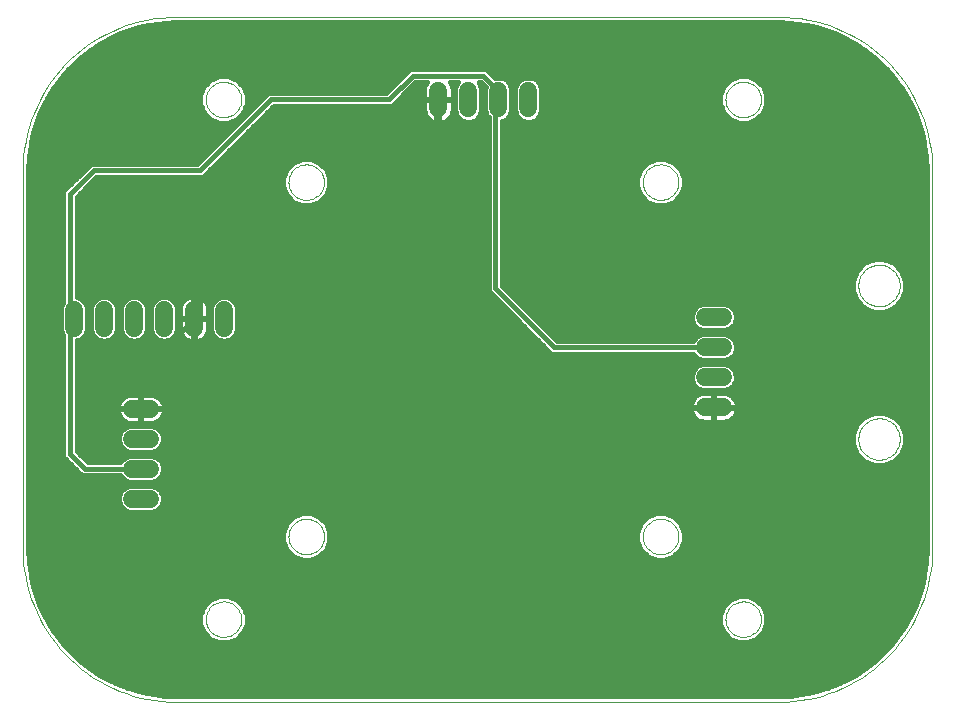
<source format=gbl>
G75*
G70*
%OFA0B0*%
%FSLAX24Y24*%
%IPPOS*%
%LPD*%
%AMOC8*
5,1,8,0,0,1.08239X$1,22.5*
%
%ADD10C,0.0000*%
%ADD11C,0.0594*%
%ADD12C,0.0160*%
D10*
X005298Y000180D02*
X025377Y000180D01*
X023605Y002936D02*
X023607Y002984D01*
X023613Y003032D01*
X023623Y003079D01*
X023636Y003125D01*
X023654Y003170D01*
X023674Y003214D01*
X023699Y003256D01*
X023727Y003295D01*
X023757Y003332D01*
X023791Y003366D01*
X023828Y003398D01*
X023866Y003427D01*
X023907Y003452D01*
X023950Y003474D01*
X023995Y003492D01*
X024041Y003506D01*
X024088Y003517D01*
X024136Y003524D01*
X024184Y003527D01*
X024232Y003526D01*
X024280Y003521D01*
X024328Y003512D01*
X024374Y003500D01*
X024419Y003483D01*
X024463Y003463D01*
X024505Y003440D01*
X024545Y003413D01*
X024583Y003383D01*
X024618Y003350D01*
X024650Y003314D01*
X024680Y003276D01*
X024706Y003235D01*
X024728Y003192D01*
X024748Y003148D01*
X024763Y003103D01*
X024775Y003056D01*
X024783Y003008D01*
X024787Y002960D01*
X024787Y002912D01*
X024783Y002864D01*
X024775Y002816D01*
X024763Y002769D01*
X024748Y002724D01*
X024728Y002680D01*
X024706Y002637D01*
X024680Y002596D01*
X024650Y002558D01*
X024618Y002522D01*
X024583Y002489D01*
X024545Y002459D01*
X024505Y002432D01*
X024463Y002409D01*
X024419Y002389D01*
X024374Y002372D01*
X024328Y002360D01*
X024280Y002351D01*
X024232Y002346D01*
X024184Y002345D01*
X024136Y002348D01*
X024088Y002355D01*
X024041Y002366D01*
X023995Y002380D01*
X023950Y002398D01*
X023907Y002420D01*
X023866Y002445D01*
X023828Y002474D01*
X023791Y002506D01*
X023757Y002540D01*
X023727Y002577D01*
X023699Y002616D01*
X023674Y002658D01*
X023654Y002702D01*
X023636Y002747D01*
X023623Y002793D01*
X023613Y002840D01*
X023607Y002888D01*
X023605Y002936D01*
X025377Y000180D02*
X025621Y000186D01*
X025863Y000203D01*
X026105Y000232D01*
X026346Y000272D01*
X026584Y000324D01*
X026819Y000387D01*
X027051Y000461D01*
X027279Y000547D01*
X027503Y000643D01*
X027722Y000749D01*
X027936Y000866D01*
X028144Y000992D01*
X028346Y001129D01*
X028541Y001275D01*
X028729Y001430D01*
X028909Y001594D01*
X029081Y001766D01*
X029245Y001946D01*
X029400Y002134D01*
X029546Y002329D01*
X029683Y002531D01*
X029809Y002739D01*
X029926Y002953D01*
X030032Y003172D01*
X030128Y003396D01*
X030214Y003624D01*
X030288Y003856D01*
X030351Y004091D01*
X030403Y004329D01*
X030443Y004570D01*
X030472Y004812D01*
X030489Y005054D01*
X030495Y005298D01*
X030495Y017897D01*
X028034Y014058D02*
X028036Y014110D01*
X028042Y014162D01*
X028052Y014213D01*
X028065Y014263D01*
X028083Y014313D01*
X028104Y014360D01*
X028128Y014406D01*
X028157Y014450D01*
X028188Y014492D01*
X028222Y014531D01*
X028259Y014568D01*
X028299Y014601D01*
X028342Y014632D01*
X028386Y014659D01*
X028432Y014683D01*
X028481Y014703D01*
X028530Y014719D01*
X028581Y014732D01*
X028632Y014741D01*
X028684Y014746D01*
X028736Y014747D01*
X028788Y014744D01*
X028840Y014737D01*
X028891Y014726D01*
X028941Y014712D01*
X028990Y014693D01*
X029037Y014671D01*
X029082Y014646D01*
X029126Y014617D01*
X029167Y014585D01*
X029206Y014550D01*
X029241Y014512D01*
X029274Y014471D01*
X029304Y014429D01*
X029330Y014384D01*
X029353Y014337D01*
X029372Y014288D01*
X029388Y014238D01*
X029400Y014188D01*
X029408Y014136D01*
X029412Y014084D01*
X029412Y014032D01*
X029408Y013980D01*
X029400Y013928D01*
X029388Y013878D01*
X029372Y013828D01*
X029353Y013779D01*
X029330Y013732D01*
X029304Y013687D01*
X029274Y013645D01*
X029241Y013604D01*
X029206Y013566D01*
X029167Y013531D01*
X029126Y013499D01*
X029082Y013470D01*
X029037Y013445D01*
X028990Y013423D01*
X028941Y013404D01*
X028891Y013390D01*
X028840Y013379D01*
X028788Y013372D01*
X028736Y013369D01*
X028684Y013370D01*
X028632Y013375D01*
X028581Y013384D01*
X028530Y013397D01*
X028481Y013413D01*
X028432Y013433D01*
X028386Y013457D01*
X028342Y013484D01*
X028299Y013515D01*
X028259Y013548D01*
X028222Y013585D01*
X028188Y013624D01*
X028157Y013666D01*
X028128Y013710D01*
X028104Y013756D01*
X028083Y013803D01*
X028065Y013853D01*
X028052Y013903D01*
X028042Y013954D01*
X028036Y014006D01*
X028034Y014058D01*
X030495Y017897D02*
X030489Y018141D01*
X030472Y018383D01*
X030443Y018625D01*
X030403Y018866D01*
X030351Y019104D01*
X030288Y019339D01*
X030214Y019571D01*
X030128Y019799D01*
X030032Y020023D01*
X029926Y020242D01*
X029809Y020456D01*
X029683Y020664D01*
X029546Y020866D01*
X029400Y021061D01*
X029245Y021249D01*
X029081Y021429D01*
X028909Y021601D01*
X028729Y021765D01*
X028541Y021920D01*
X028346Y022066D01*
X028144Y022203D01*
X027936Y022329D01*
X027722Y022446D01*
X027503Y022552D01*
X027279Y022648D01*
X027051Y022734D01*
X026819Y022808D01*
X026584Y022871D01*
X026346Y022923D01*
X026105Y022963D01*
X025863Y022992D01*
X025621Y023009D01*
X025377Y023015D01*
X005298Y023015D01*
X006282Y020259D02*
X006284Y020307D01*
X006290Y020355D01*
X006300Y020402D01*
X006313Y020448D01*
X006331Y020493D01*
X006351Y020537D01*
X006376Y020579D01*
X006404Y020618D01*
X006434Y020655D01*
X006468Y020689D01*
X006505Y020721D01*
X006543Y020750D01*
X006584Y020775D01*
X006627Y020797D01*
X006672Y020815D01*
X006718Y020829D01*
X006765Y020840D01*
X006813Y020847D01*
X006861Y020850D01*
X006909Y020849D01*
X006957Y020844D01*
X007005Y020835D01*
X007051Y020823D01*
X007096Y020806D01*
X007140Y020786D01*
X007182Y020763D01*
X007222Y020736D01*
X007260Y020706D01*
X007295Y020673D01*
X007327Y020637D01*
X007357Y020599D01*
X007383Y020558D01*
X007405Y020515D01*
X007425Y020471D01*
X007440Y020426D01*
X007452Y020379D01*
X007460Y020331D01*
X007464Y020283D01*
X007464Y020235D01*
X007460Y020187D01*
X007452Y020139D01*
X007440Y020092D01*
X007425Y020047D01*
X007405Y020003D01*
X007383Y019960D01*
X007357Y019919D01*
X007327Y019881D01*
X007295Y019845D01*
X007260Y019812D01*
X007222Y019782D01*
X007182Y019755D01*
X007140Y019732D01*
X007096Y019712D01*
X007051Y019695D01*
X007005Y019683D01*
X006957Y019674D01*
X006909Y019669D01*
X006861Y019668D01*
X006813Y019671D01*
X006765Y019678D01*
X006718Y019689D01*
X006672Y019703D01*
X006627Y019721D01*
X006584Y019743D01*
X006543Y019768D01*
X006505Y019797D01*
X006468Y019829D01*
X006434Y019863D01*
X006404Y019900D01*
X006376Y019939D01*
X006351Y019981D01*
X006331Y020025D01*
X006313Y020070D01*
X006300Y020116D01*
X006290Y020163D01*
X006284Y020211D01*
X006282Y020259D01*
X005298Y023015D02*
X005054Y023009D01*
X004812Y022992D01*
X004570Y022963D01*
X004329Y022923D01*
X004091Y022871D01*
X003856Y022808D01*
X003624Y022734D01*
X003396Y022648D01*
X003172Y022552D01*
X002953Y022446D01*
X002739Y022329D01*
X002531Y022203D01*
X002329Y022066D01*
X002134Y021920D01*
X001946Y021765D01*
X001766Y021601D01*
X001594Y021429D01*
X001430Y021249D01*
X001275Y021061D01*
X001129Y020866D01*
X000992Y020664D01*
X000866Y020456D01*
X000749Y020242D01*
X000643Y020023D01*
X000547Y019799D01*
X000461Y019571D01*
X000387Y019339D01*
X000324Y019104D01*
X000272Y018866D01*
X000232Y018625D01*
X000203Y018383D01*
X000186Y018141D01*
X000180Y017897D01*
X000180Y005298D01*
X000186Y005054D01*
X000203Y004812D01*
X000232Y004570D01*
X000272Y004329D01*
X000324Y004091D01*
X000387Y003856D01*
X000461Y003624D01*
X000547Y003396D01*
X000643Y003172D01*
X000749Y002953D01*
X000866Y002739D01*
X000992Y002531D01*
X001129Y002329D01*
X001275Y002134D01*
X001430Y001946D01*
X001594Y001766D01*
X001766Y001594D01*
X001946Y001430D01*
X002134Y001275D01*
X002329Y001129D01*
X002531Y000992D01*
X002739Y000866D01*
X002953Y000749D01*
X003172Y000643D01*
X003396Y000547D01*
X003624Y000461D01*
X003856Y000387D01*
X004091Y000324D01*
X004329Y000272D01*
X004570Y000232D01*
X004812Y000203D01*
X005054Y000186D01*
X005298Y000180D01*
X006282Y002936D02*
X006284Y002984D01*
X006290Y003032D01*
X006300Y003079D01*
X006313Y003125D01*
X006331Y003170D01*
X006351Y003214D01*
X006376Y003256D01*
X006404Y003295D01*
X006434Y003332D01*
X006468Y003366D01*
X006505Y003398D01*
X006543Y003427D01*
X006584Y003452D01*
X006627Y003474D01*
X006672Y003492D01*
X006718Y003506D01*
X006765Y003517D01*
X006813Y003524D01*
X006861Y003527D01*
X006909Y003526D01*
X006957Y003521D01*
X007005Y003512D01*
X007051Y003500D01*
X007096Y003483D01*
X007140Y003463D01*
X007182Y003440D01*
X007222Y003413D01*
X007260Y003383D01*
X007295Y003350D01*
X007327Y003314D01*
X007357Y003276D01*
X007383Y003235D01*
X007405Y003192D01*
X007425Y003148D01*
X007440Y003103D01*
X007452Y003056D01*
X007460Y003008D01*
X007464Y002960D01*
X007464Y002912D01*
X007460Y002864D01*
X007452Y002816D01*
X007440Y002769D01*
X007425Y002724D01*
X007405Y002680D01*
X007383Y002637D01*
X007357Y002596D01*
X007327Y002558D01*
X007295Y002522D01*
X007260Y002489D01*
X007222Y002459D01*
X007182Y002432D01*
X007140Y002409D01*
X007096Y002389D01*
X007051Y002372D01*
X007005Y002360D01*
X006957Y002351D01*
X006909Y002346D01*
X006861Y002345D01*
X006813Y002348D01*
X006765Y002355D01*
X006718Y002366D01*
X006672Y002380D01*
X006627Y002398D01*
X006584Y002420D01*
X006543Y002445D01*
X006505Y002474D01*
X006468Y002506D01*
X006434Y002540D01*
X006404Y002577D01*
X006376Y002616D01*
X006351Y002658D01*
X006331Y002702D01*
X006313Y002747D01*
X006300Y002793D01*
X006290Y002840D01*
X006284Y002888D01*
X006282Y002936D01*
X009038Y005692D02*
X009040Y005740D01*
X009046Y005788D01*
X009056Y005835D01*
X009069Y005881D01*
X009087Y005926D01*
X009107Y005970D01*
X009132Y006012D01*
X009160Y006051D01*
X009190Y006088D01*
X009224Y006122D01*
X009261Y006154D01*
X009299Y006183D01*
X009340Y006208D01*
X009383Y006230D01*
X009428Y006248D01*
X009474Y006262D01*
X009521Y006273D01*
X009569Y006280D01*
X009617Y006283D01*
X009665Y006282D01*
X009713Y006277D01*
X009761Y006268D01*
X009807Y006256D01*
X009852Y006239D01*
X009896Y006219D01*
X009938Y006196D01*
X009978Y006169D01*
X010016Y006139D01*
X010051Y006106D01*
X010083Y006070D01*
X010113Y006032D01*
X010139Y005991D01*
X010161Y005948D01*
X010181Y005904D01*
X010196Y005859D01*
X010208Y005812D01*
X010216Y005764D01*
X010220Y005716D01*
X010220Y005668D01*
X010216Y005620D01*
X010208Y005572D01*
X010196Y005525D01*
X010181Y005480D01*
X010161Y005436D01*
X010139Y005393D01*
X010113Y005352D01*
X010083Y005314D01*
X010051Y005278D01*
X010016Y005245D01*
X009978Y005215D01*
X009938Y005188D01*
X009896Y005165D01*
X009852Y005145D01*
X009807Y005128D01*
X009761Y005116D01*
X009713Y005107D01*
X009665Y005102D01*
X009617Y005101D01*
X009569Y005104D01*
X009521Y005111D01*
X009474Y005122D01*
X009428Y005136D01*
X009383Y005154D01*
X009340Y005176D01*
X009299Y005201D01*
X009261Y005230D01*
X009224Y005262D01*
X009190Y005296D01*
X009160Y005333D01*
X009132Y005372D01*
X009107Y005414D01*
X009087Y005458D01*
X009069Y005503D01*
X009056Y005549D01*
X009046Y005596D01*
X009040Y005644D01*
X009038Y005692D01*
X020849Y005692D02*
X020851Y005740D01*
X020857Y005788D01*
X020867Y005835D01*
X020880Y005881D01*
X020898Y005926D01*
X020918Y005970D01*
X020943Y006012D01*
X020971Y006051D01*
X021001Y006088D01*
X021035Y006122D01*
X021072Y006154D01*
X021110Y006183D01*
X021151Y006208D01*
X021194Y006230D01*
X021239Y006248D01*
X021285Y006262D01*
X021332Y006273D01*
X021380Y006280D01*
X021428Y006283D01*
X021476Y006282D01*
X021524Y006277D01*
X021572Y006268D01*
X021618Y006256D01*
X021663Y006239D01*
X021707Y006219D01*
X021749Y006196D01*
X021789Y006169D01*
X021827Y006139D01*
X021862Y006106D01*
X021894Y006070D01*
X021924Y006032D01*
X021950Y005991D01*
X021972Y005948D01*
X021992Y005904D01*
X022007Y005859D01*
X022019Y005812D01*
X022027Y005764D01*
X022031Y005716D01*
X022031Y005668D01*
X022027Y005620D01*
X022019Y005572D01*
X022007Y005525D01*
X021992Y005480D01*
X021972Y005436D01*
X021950Y005393D01*
X021924Y005352D01*
X021894Y005314D01*
X021862Y005278D01*
X021827Y005245D01*
X021789Y005215D01*
X021749Y005188D01*
X021707Y005165D01*
X021663Y005145D01*
X021618Y005128D01*
X021572Y005116D01*
X021524Y005107D01*
X021476Y005102D01*
X021428Y005101D01*
X021380Y005104D01*
X021332Y005111D01*
X021285Y005122D01*
X021239Y005136D01*
X021194Y005154D01*
X021151Y005176D01*
X021110Y005201D01*
X021072Y005230D01*
X021035Y005262D01*
X021001Y005296D01*
X020971Y005333D01*
X020943Y005372D01*
X020918Y005414D01*
X020898Y005458D01*
X020880Y005503D01*
X020867Y005549D01*
X020857Y005596D01*
X020851Y005644D01*
X020849Y005692D01*
X028034Y008940D02*
X028036Y008992D01*
X028042Y009044D01*
X028052Y009095D01*
X028065Y009145D01*
X028083Y009195D01*
X028104Y009242D01*
X028128Y009288D01*
X028157Y009332D01*
X028188Y009374D01*
X028222Y009413D01*
X028259Y009450D01*
X028299Y009483D01*
X028342Y009514D01*
X028386Y009541D01*
X028432Y009565D01*
X028481Y009585D01*
X028530Y009601D01*
X028581Y009614D01*
X028632Y009623D01*
X028684Y009628D01*
X028736Y009629D01*
X028788Y009626D01*
X028840Y009619D01*
X028891Y009608D01*
X028941Y009594D01*
X028990Y009575D01*
X029037Y009553D01*
X029082Y009528D01*
X029126Y009499D01*
X029167Y009467D01*
X029206Y009432D01*
X029241Y009394D01*
X029274Y009353D01*
X029304Y009311D01*
X029330Y009266D01*
X029353Y009219D01*
X029372Y009170D01*
X029388Y009120D01*
X029400Y009070D01*
X029408Y009018D01*
X029412Y008966D01*
X029412Y008914D01*
X029408Y008862D01*
X029400Y008810D01*
X029388Y008760D01*
X029372Y008710D01*
X029353Y008661D01*
X029330Y008614D01*
X029304Y008569D01*
X029274Y008527D01*
X029241Y008486D01*
X029206Y008448D01*
X029167Y008413D01*
X029126Y008381D01*
X029082Y008352D01*
X029037Y008327D01*
X028990Y008305D01*
X028941Y008286D01*
X028891Y008272D01*
X028840Y008261D01*
X028788Y008254D01*
X028736Y008251D01*
X028684Y008252D01*
X028632Y008257D01*
X028581Y008266D01*
X028530Y008279D01*
X028481Y008295D01*
X028432Y008315D01*
X028386Y008339D01*
X028342Y008366D01*
X028299Y008397D01*
X028259Y008430D01*
X028222Y008467D01*
X028188Y008506D01*
X028157Y008548D01*
X028128Y008592D01*
X028104Y008638D01*
X028083Y008685D01*
X028065Y008735D01*
X028052Y008785D01*
X028042Y008836D01*
X028036Y008888D01*
X028034Y008940D01*
X020849Y017503D02*
X020851Y017551D01*
X020857Y017599D01*
X020867Y017646D01*
X020880Y017692D01*
X020898Y017737D01*
X020918Y017781D01*
X020943Y017823D01*
X020971Y017862D01*
X021001Y017899D01*
X021035Y017933D01*
X021072Y017965D01*
X021110Y017994D01*
X021151Y018019D01*
X021194Y018041D01*
X021239Y018059D01*
X021285Y018073D01*
X021332Y018084D01*
X021380Y018091D01*
X021428Y018094D01*
X021476Y018093D01*
X021524Y018088D01*
X021572Y018079D01*
X021618Y018067D01*
X021663Y018050D01*
X021707Y018030D01*
X021749Y018007D01*
X021789Y017980D01*
X021827Y017950D01*
X021862Y017917D01*
X021894Y017881D01*
X021924Y017843D01*
X021950Y017802D01*
X021972Y017759D01*
X021992Y017715D01*
X022007Y017670D01*
X022019Y017623D01*
X022027Y017575D01*
X022031Y017527D01*
X022031Y017479D01*
X022027Y017431D01*
X022019Y017383D01*
X022007Y017336D01*
X021992Y017291D01*
X021972Y017247D01*
X021950Y017204D01*
X021924Y017163D01*
X021894Y017125D01*
X021862Y017089D01*
X021827Y017056D01*
X021789Y017026D01*
X021749Y016999D01*
X021707Y016976D01*
X021663Y016956D01*
X021618Y016939D01*
X021572Y016927D01*
X021524Y016918D01*
X021476Y016913D01*
X021428Y016912D01*
X021380Y016915D01*
X021332Y016922D01*
X021285Y016933D01*
X021239Y016947D01*
X021194Y016965D01*
X021151Y016987D01*
X021110Y017012D01*
X021072Y017041D01*
X021035Y017073D01*
X021001Y017107D01*
X020971Y017144D01*
X020943Y017183D01*
X020918Y017225D01*
X020898Y017269D01*
X020880Y017314D01*
X020867Y017360D01*
X020857Y017407D01*
X020851Y017455D01*
X020849Y017503D01*
X023605Y020259D02*
X023607Y020307D01*
X023613Y020355D01*
X023623Y020402D01*
X023636Y020448D01*
X023654Y020493D01*
X023674Y020537D01*
X023699Y020579D01*
X023727Y020618D01*
X023757Y020655D01*
X023791Y020689D01*
X023828Y020721D01*
X023866Y020750D01*
X023907Y020775D01*
X023950Y020797D01*
X023995Y020815D01*
X024041Y020829D01*
X024088Y020840D01*
X024136Y020847D01*
X024184Y020850D01*
X024232Y020849D01*
X024280Y020844D01*
X024328Y020835D01*
X024374Y020823D01*
X024419Y020806D01*
X024463Y020786D01*
X024505Y020763D01*
X024545Y020736D01*
X024583Y020706D01*
X024618Y020673D01*
X024650Y020637D01*
X024680Y020599D01*
X024706Y020558D01*
X024728Y020515D01*
X024748Y020471D01*
X024763Y020426D01*
X024775Y020379D01*
X024783Y020331D01*
X024787Y020283D01*
X024787Y020235D01*
X024783Y020187D01*
X024775Y020139D01*
X024763Y020092D01*
X024748Y020047D01*
X024728Y020003D01*
X024706Y019960D01*
X024680Y019919D01*
X024650Y019881D01*
X024618Y019845D01*
X024583Y019812D01*
X024545Y019782D01*
X024505Y019755D01*
X024463Y019732D01*
X024419Y019712D01*
X024374Y019695D01*
X024328Y019683D01*
X024280Y019674D01*
X024232Y019669D01*
X024184Y019668D01*
X024136Y019671D01*
X024088Y019678D01*
X024041Y019689D01*
X023995Y019703D01*
X023950Y019721D01*
X023907Y019743D01*
X023866Y019768D01*
X023828Y019797D01*
X023791Y019829D01*
X023757Y019863D01*
X023727Y019900D01*
X023699Y019939D01*
X023674Y019981D01*
X023654Y020025D01*
X023636Y020070D01*
X023623Y020116D01*
X023613Y020163D01*
X023607Y020211D01*
X023605Y020259D01*
X009038Y017503D02*
X009040Y017551D01*
X009046Y017599D01*
X009056Y017646D01*
X009069Y017692D01*
X009087Y017737D01*
X009107Y017781D01*
X009132Y017823D01*
X009160Y017862D01*
X009190Y017899D01*
X009224Y017933D01*
X009261Y017965D01*
X009299Y017994D01*
X009340Y018019D01*
X009383Y018041D01*
X009428Y018059D01*
X009474Y018073D01*
X009521Y018084D01*
X009569Y018091D01*
X009617Y018094D01*
X009665Y018093D01*
X009713Y018088D01*
X009761Y018079D01*
X009807Y018067D01*
X009852Y018050D01*
X009896Y018030D01*
X009938Y018007D01*
X009978Y017980D01*
X010016Y017950D01*
X010051Y017917D01*
X010083Y017881D01*
X010113Y017843D01*
X010139Y017802D01*
X010161Y017759D01*
X010181Y017715D01*
X010196Y017670D01*
X010208Y017623D01*
X010216Y017575D01*
X010220Y017527D01*
X010220Y017479D01*
X010216Y017431D01*
X010208Y017383D01*
X010196Y017336D01*
X010181Y017291D01*
X010161Y017247D01*
X010139Y017204D01*
X010113Y017163D01*
X010083Y017125D01*
X010051Y017089D01*
X010016Y017056D01*
X009978Y017026D01*
X009938Y016999D01*
X009896Y016976D01*
X009852Y016956D01*
X009807Y016939D01*
X009761Y016927D01*
X009713Y016918D01*
X009665Y016913D01*
X009617Y016912D01*
X009569Y016915D01*
X009521Y016922D01*
X009474Y016933D01*
X009428Y016947D01*
X009383Y016965D01*
X009340Y016987D01*
X009299Y017012D01*
X009261Y017041D01*
X009224Y017073D01*
X009190Y017107D01*
X009160Y017144D01*
X009132Y017183D01*
X009107Y017225D01*
X009087Y017269D01*
X009069Y017314D01*
X009056Y017360D01*
X009046Y017407D01*
X009040Y017455D01*
X009038Y017503D01*
D11*
X014034Y019962D02*
X014034Y020556D01*
X015034Y020556D02*
X015034Y019962D01*
X016034Y019962D02*
X016034Y020556D01*
X017034Y020556D02*
X017034Y019962D01*
X022915Y012999D02*
X023508Y012999D01*
X023508Y011999D02*
X022915Y011999D01*
X022915Y010999D02*
X023508Y010999D01*
X023508Y009999D02*
X022915Y009999D01*
X006889Y012651D02*
X006889Y013245D01*
X005889Y013245D02*
X005889Y012651D01*
X004889Y012651D02*
X004889Y013245D01*
X003889Y013245D02*
X003889Y012651D01*
X002889Y012651D02*
X002889Y013245D01*
X001889Y013245D02*
X001889Y012651D01*
X003820Y009948D02*
X004414Y009948D01*
X004414Y008948D02*
X003820Y008948D01*
X003820Y007948D02*
X004414Y007948D01*
X004414Y006948D02*
X003820Y006948D01*
D12*
X002028Y001607D02*
X028647Y001607D01*
X028584Y001543D02*
X027957Y001088D01*
X027267Y000736D01*
X026530Y000496D01*
X025764Y000375D01*
X025377Y000360D01*
X005298Y000360D01*
X004911Y000375D01*
X004145Y000496D01*
X003408Y000736D01*
X002718Y001088D01*
X002091Y001543D01*
X001543Y002091D01*
X001088Y002718D01*
X000736Y003408D01*
X000496Y004145D01*
X000375Y004911D01*
X000360Y005298D01*
X000360Y017897D01*
X000375Y018284D01*
X000496Y019049D01*
X000736Y019786D01*
X001088Y020477D01*
X001543Y021104D01*
X002091Y021652D01*
X002718Y022107D01*
X003408Y022459D01*
X004145Y022698D01*
X004911Y022819D01*
X005298Y022835D01*
X025377Y022835D01*
X025764Y022819D01*
X026530Y022698D01*
X027267Y022459D01*
X027957Y022107D01*
X028584Y021652D01*
X029132Y021104D01*
X029587Y020477D01*
X029939Y019786D01*
X030179Y019049D01*
X030300Y018284D01*
X030315Y017897D01*
X030315Y005298D01*
X030300Y004911D01*
X030179Y004145D01*
X030179Y004145D01*
X029939Y003408D01*
X029587Y002718D01*
X029132Y002091D01*
X028584Y001543D01*
X028453Y001448D02*
X002222Y001448D01*
X002440Y001290D02*
X028235Y001290D01*
X028017Y001131D02*
X002658Y001131D01*
X002944Y000973D02*
X027731Y000973D01*
X027420Y000814D02*
X003255Y000814D01*
X003656Y000656D02*
X027019Y000656D01*
X026531Y000497D02*
X004144Y000497D01*
X001869Y001765D02*
X028806Y001765D01*
X028964Y001924D02*
X001711Y001924D01*
X001552Y002082D02*
X029123Y002082D01*
X029240Y002241D02*
X024530Y002241D01*
X024632Y002283D02*
X024349Y002165D01*
X024042Y002165D01*
X023759Y002283D01*
X023543Y002499D01*
X023425Y002783D01*
X023425Y003089D01*
X023543Y003372D01*
X023759Y003589D01*
X024042Y003706D01*
X024349Y003706D01*
X024632Y003589D01*
X024849Y003372D01*
X024966Y003089D01*
X024966Y002783D01*
X024849Y002499D01*
X024632Y002283D01*
X024749Y002399D02*
X029356Y002399D01*
X029471Y002558D02*
X024873Y002558D01*
X024939Y002716D02*
X029586Y002716D01*
X029667Y002875D02*
X024966Y002875D01*
X024966Y003033D02*
X029748Y003033D01*
X029829Y003192D02*
X024924Y003192D01*
X024858Y003350D02*
X029909Y003350D01*
X029972Y003509D02*
X024713Y003509D01*
X024444Y003667D02*
X030023Y003667D01*
X030075Y003826D02*
X000600Y003826D01*
X000549Y003984D02*
X030126Y003984D01*
X030178Y004143D02*
X000497Y004143D01*
X000472Y004301D02*
X030203Y004301D01*
X030228Y004460D02*
X000447Y004460D01*
X000422Y004618D02*
X030253Y004618D01*
X030278Y004777D02*
X000396Y004777D01*
X000374Y004935D02*
X009442Y004935D01*
X009476Y004921D02*
X009782Y004921D01*
X010065Y005039D01*
X010282Y005255D01*
X010399Y005539D01*
X010399Y005845D01*
X010282Y006128D01*
X010065Y006345D01*
X009782Y006462D01*
X009476Y006462D01*
X009192Y006345D01*
X008976Y006128D01*
X008858Y005845D01*
X008858Y005539D01*
X008976Y005255D01*
X009192Y005039D01*
X009476Y004921D01*
X009815Y004935D02*
X021253Y004935D01*
X021287Y004921D02*
X021593Y004921D01*
X021876Y005039D01*
X022093Y005255D01*
X022210Y005539D01*
X022210Y005845D01*
X022093Y006128D01*
X021876Y006345D01*
X021593Y006462D01*
X021287Y006462D01*
X021003Y006345D01*
X020787Y006128D01*
X020669Y005845D01*
X020669Y005539D01*
X020787Y005255D01*
X021003Y005039D01*
X021287Y004921D01*
X021626Y004935D02*
X030301Y004935D01*
X030307Y005094D02*
X021931Y005094D01*
X022090Y005252D02*
X030313Y005252D01*
X030315Y005411D02*
X022157Y005411D01*
X022210Y005569D02*
X030315Y005569D01*
X030315Y005728D02*
X022210Y005728D01*
X022193Y005886D02*
X030315Y005886D01*
X030315Y006045D02*
X022128Y006045D01*
X022018Y006203D02*
X030315Y006203D01*
X030315Y006362D02*
X021837Y006362D01*
X021043Y006362D02*
X010026Y006362D01*
X010207Y006203D02*
X020861Y006203D01*
X020752Y006045D02*
X010317Y006045D01*
X010382Y005886D02*
X020686Y005886D01*
X020669Y005728D02*
X010399Y005728D01*
X010399Y005569D02*
X020669Y005569D01*
X020722Y005411D02*
X010346Y005411D01*
X010279Y005252D02*
X020790Y005252D01*
X020948Y005094D02*
X010120Y005094D01*
X009137Y005094D02*
X000368Y005094D01*
X000362Y005252D02*
X008979Y005252D01*
X008911Y005411D02*
X000360Y005411D01*
X000360Y005569D02*
X008858Y005569D01*
X008858Y005728D02*
X000360Y005728D01*
X000360Y005886D02*
X008875Y005886D01*
X008941Y006045D02*
X000360Y006045D01*
X000360Y006203D02*
X009050Y006203D01*
X009232Y006362D02*
X000360Y006362D01*
X000360Y006520D02*
X003711Y006520D01*
X003733Y006511D02*
X004501Y006511D01*
X004661Y006577D01*
X004784Y006700D01*
X004851Y006861D01*
X004851Y007035D01*
X004784Y007195D01*
X004661Y007318D01*
X004501Y007385D01*
X003733Y007385D01*
X003573Y007318D01*
X003450Y007195D01*
X003383Y007035D01*
X003383Y006861D01*
X003450Y006700D01*
X003573Y006577D01*
X003733Y006511D01*
X003472Y006679D02*
X000360Y006679D01*
X000360Y006837D02*
X003393Y006837D01*
X003383Y006996D02*
X000360Y006996D01*
X000360Y007154D02*
X003433Y007154D01*
X003567Y007313D02*
X000360Y007313D01*
X000360Y007471D02*
X030315Y007471D01*
X030315Y007313D02*
X004667Y007313D01*
X004801Y007154D02*
X030315Y007154D01*
X030315Y006996D02*
X004851Y006996D01*
X004841Y006837D02*
X030315Y006837D01*
X030315Y006679D02*
X004762Y006679D01*
X004523Y006520D02*
X030315Y006520D01*
X030315Y007630D02*
X004713Y007630D01*
X004661Y007577D02*
X004784Y007700D01*
X004851Y007861D01*
X004851Y008035D01*
X004784Y008195D01*
X004661Y008318D01*
X004501Y008385D01*
X003733Y008385D01*
X003573Y008318D01*
X003450Y008195D01*
X003438Y008168D01*
X002346Y008168D01*
X001975Y008539D01*
X001975Y012214D01*
X001976Y012214D01*
X002136Y012281D01*
X002259Y012403D01*
X002326Y012564D01*
X002326Y013331D01*
X002259Y013492D01*
X002136Y013615D01*
X001976Y013681D01*
X001975Y013681D01*
X001975Y017018D01*
X002633Y017677D01*
X006177Y017677D01*
X006306Y017805D01*
X008539Y020039D01*
X012476Y020039D01*
X013263Y020826D01*
X013641Y020826D01*
X013626Y020806D01*
X013592Y020739D01*
X013569Y020667D01*
X013557Y020593D01*
X013557Y020277D01*
X014016Y020277D01*
X014016Y020240D01*
X014053Y020240D01*
X014053Y020277D01*
X014511Y020277D01*
X014511Y020593D01*
X014499Y020667D01*
X014476Y020739D01*
X014442Y020806D01*
X014427Y020826D01*
X014687Y020826D01*
X014664Y020803D01*
X014597Y020642D01*
X014597Y019875D01*
X014664Y019714D01*
X014787Y019592D01*
X014947Y019525D01*
X015121Y019525D01*
X015282Y019592D01*
X015405Y019714D01*
X015471Y019875D01*
X015471Y020642D01*
X015405Y020803D01*
X015382Y020826D01*
X015443Y020826D01*
X015606Y020663D01*
X015597Y020642D01*
X015597Y019875D01*
X015664Y019714D01*
X015708Y019670D01*
X015708Y013868D01*
X017669Y011908D01*
X017798Y011779D01*
X022533Y011779D01*
X022544Y011751D01*
X022667Y011629D01*
X022828Y011562D01*
X023595Y011562D01*
X023756Y011629D01*
X023879Y011751D01*
X023945Y011912D01*
X023945Y012086D01*
X023879Y012246D01*
X023756Y012369D01*
X023595Y012436D01*
X022828Y012436D01*
X022667Y012369D01*
X022544Y012246D01*
X022533Y012219D01*
X017980Y012219D01*
X016148Y014051D01*
X016148Y019536D01*
X016282Y019592D01*
X016405Y019714D01*
X016471Y019875D01*
X016471Y020642D01*
X016405Y020803D01*
X016282Y020926D01*
X016121Y020992D01*
X015947Y020992D01*
X015913Y020978D01*
X015625Y021266D01*
X013081Y021266D01*
X012952Y021137D01*
X012294Y020479D01*
X008357Y020479D01*
X005994Y018117D01*
X002451Y018117D01*
X001664Y017329D01*
X001535Y017200D01*
X001535Y013509D01*
X001518Y013492D01*
X001452Y013331D01*
X001452Y012564D01*
X001518Y012403D01*
X001535Y012387D01*
X001535Y008357D01*
X002035Y007857D01*
X002164Y007728D01*
X003438Y007728D01*
X003450Y007700D01*
X003573Y007577D01*
X003733Y007511D01*
X004501Y007511D01*
X004661Y007577D01*
X004821Y007788D02*
X030315Y007788D01*
X030315Y007947D02*
X004851Y007947D01*
X004822Y008105D02*
X028468Y008105D01*
X028550Y008071D02*
X028231Y008203D01*
X027987Y008448D01*
X027854Y008767D01*
X027854Y009113D01*
X027987Y009432D01*
X028231Y009677D01*
X028550Y009809D01*
X028896Y009809D01*
X029216Y009677D01*
X029460Y009432D01*
X029592Y009113D01*
X029592Y008767D01*
X029460Y008448D01*
X029216Y008203D01*
X028896Y008071D01*
X028550Y008071D01*
X028979Y008105D02*
X030315Y008105D01*
X030315Y008264D02*
X029276Y008264D01*
X029434Y008422D02*
X030315Y008422D01*
X030315Y008581D02*
X029515Y008581D01*
X029581Y008739D02*
X030315Y008739D01*
X030315Y008898D02*
X029592Y008898D01*
X029592Y009056D02*
X030315Y009056D01*
X030315Y009215D02*
X029550Y009215D01*
X029484Y009373D02*
X030315Y009373D01*
X030315Y009532D02*
X029361Y009532D01*
X029183Y009690D02*
X030315Y009690D01*
X030315Y009849D02*
X023961Y009849D01*
X023950Y009816D02*
X023973Y009887D01*
X023985Y009961D01*
X023985Y009980D01*
X023230Y009980D01*
X023230Y009522D01*
X023546Y009522D01*
X023620Y009534D01*
X023691Y009557D01*
X023758Y009591D01*
X023819Y009635D01*
X023872Y009688D01*
X023916Y009749D01*
X023950Y009816D01*
X023873Y009690D02*
X028264Y009690D01*
X028086Y009532D02*
X023606Y009532D01*
X023230Y009532D02*
X023193Y009532D01*
X023193Y009522D02*
X023193Y009980D01*
X023230Y009980D01*
X023230Y010017D01*
X023985Y010017D01*
X023985Y010036D01*
X023973Y010111D01*
X023950Y010182D01*
X023916Y010249D01*
X023872Y010310D01*
X023819Y010363D01*
X023758Y010407D01*
X023691Y010441D01*
X023620Y010464D01*
X023546Y010476D01*
X023230Y010476D01*
X023230Y010017D01*
X023193Y010017D01*
X023193Y009980D01*
X022438Y009980D01*
X022438Y009961D01*
X022450Y009887D01*
X022473Y009816D01*
X022507Y009749D01*
X022551Y009688D01*
X022604Y009635D01*
X022665Y009591D01*
X022732Y009557D01*
X022803Y009534D01*
X022877Y009522D01*
X023193Y009522D01*
X023193Y009690D02*
X023230Y009690D01*
X023230Y009849D02*
X023193Y009849D01*
X023211Y009999D02*
X016739Y009999D01*
X013960Y012778D01*
X013960Y020184D01*
X014034Y020259D01*
X013172Y020259D01*
X012778Y019865D01*
X008841Y019865D01*
X006479Y017503D01*
X006086Y017503D01*
X006086Y013145D01*
X005889Y012948D01*
X004117Y011176D01*
X004117Y009948D01*
X004099Y009966D02*
X004099Y009929D01*
X004135Y009929D01*
X004135Y009471D01*
X004451Y009471D01*
X004526Y009483D01*
X004597Y009506D01*
X004664Y009540D01*
X004725Y009584D01*
X004778Y009637D01*
X004822Y009698D01*
X004856Y009765D01*
X004879Y009836D01*
X004891Y009910D01*
X004891Y009929D01*
X004135Y009929D01*
X004135Y009966D01*
X004099Y009966D01*
X004099Y010425D01*
X003783Y010425D01*
X003708Y010413D01*
X003637Y010390D01*
X003570Y010356D01*
X003510Y010311D01*
X003456Y010258D01*
X003412Y010198D01*
X003378Y010131D01*
X003355Y010059D01*
X003343Y009985D01*
X003343Y009966D01*
X004099Y009966D01*
X004135Y009966D02*
X004135Y010425D01*
X004451Y010425D01*
X004526Y010413D01*
X004597Y010390D01*
X004664Y010356D01*
X004725Y010311D01*
X004778Y010258D01*
X004822Y010198D01*
X004856Y010131D01*
X004879Y010059D01*
X004891Y009985D01*
X004891Y009966D01*
X004135Y009966D01*
X004135Y010007D02*
X004099Y010007D01*
X004099Y009929D02*
X003343Y009929D01*
X003343Y009910D01*
X003355Y009836D01*
X003378Y009765D01*
X003412Y009698D01*
X003456Y009637D01*
X003510Y009584D01*
X003570Y009540D01*
X003637Y009506D01*
X003708Y009483D01*
X003783Y009471D01*
X004099Y009471D01*
X004099Y009929D01*
X004099Y009849D02*
X004135Y009849D01*
X004135Y009690D02*
X004099Y009690D01*
X004099Y009532D02*
X004135Y009532D01*
X004501Y009385D02*
X003733Y009385D01*
X003573Y009318D01*
X003450Y009195D01*
X003383Y009035D01*
X003383Y008861D01*
X003450Y008700D01*
X003573Y008577D01*
X003733Y008511D01*
X004501Y008511D01*
X004661Y008577D01*
X004784Y008700D01*
X004851Y008861D01*
X004851Y009035D01*
X004784Y009195D01*
X004661Y009318D01*
X004501Y009385D01*
X004529Y009373D02*
X027962Y009373D01*
X027897Y009215D02*
X004765Y009215D01*
X004842Y009056D02*
X027854Y009056D01*
X027854Y008898D02*
X004851Y008898D01*
X004800Y008739D02*
X027866Y008739D01*
X027932Y008581D02*
X004664Y008581D01*
X004716Y008264D02*
X028171Y008264D01*
X028012Y008422D02*
X002092Y008422D01*
X001975Y008581D02*
X003570Y008581D01*
X003434Y008739D02*
X001975Y008739D01*
X001975Y008898D02*
X003383Y008898D01*
X003392Y009056D02*
X001975Y009056D01*
X001975Y009215D02*
X003469Y009215D01*
X003705Y009373D02*
X001975Y009373D01*
X001975Y009532D02*
X003587Y009532D01*
X003418Y009690D02*
X001975Y009690D01*
X001975Y009849D02*
X003353Y009849D01*
X003347Y010007D02*
X001975Y010007D01*
X001975Y010166D02*
X003396Y010166D01*
X003527Y010324D02*
X001975Y010324D01*
X001975Y010483D02*
X030315Y010483D01*
X030315Y010641D02*
X023768Y010641D01*
X023756Y010629D02*
X023879Y010751D01*
X023945Y010912D01*
X023945Y011086D01*
X023879Y011246D01*
X023756Y011369D01*
X023595Y011436D01*
X022828Y011436D01*
X022667Y011369D01*
X022544Y011246D01*
X022478Y011086D01*
X022478Y010912D01*
X022544Y010751D01*
X022667Y010629D01*
X022828Y010562D01*
X023595Y010562D01*
X023756Y010629D01*
X023899Y010800D02*
X030315Y010800D01*
X030315Y010958D02*
X023945Y010958D01*
X023932Y011117D02*
X030315Y011117D01*
X030315Y011275D02*
X023850Y011275D01*
X023601Y011434D02*
X030315Y011434D01*
X030315Y011592D02*
X023668Y011592D01*
X023878Y011751D02*
X030315Y011751D01*
X030315Y011909D02*
X023944Y011909D01*
X023945Y012068D02*
X030315Y012068D01*
X030315Y012226D02*
X023887Y012226D01*
X023719Y012385D02*
X030315Y012385D01*
X030315Y012543D02*
X017656Y012543D01*
X017814Y012385D02*
X022704Y012385D01*
X022828Y012562D02*
X022667Y012629D01*
X022544Y012751D01*
X022478Y012912D01*
X022478Y013086D01*
X022544Y013246D01*
X022667Y013369D01*
X022828Y013436D01*
X023595Y013436D01*
X023756Y013369D01*
X023879Y013246D01*
X023945Y013086D01*
X023945Y012912D01*
X023879Y012751D01*
X023756Y012629D01*
X023595Y012562D01*
X022828Y012562D01*
X022594Y012702D02*
X017497Y012702D01*
X017339Y012860D02*
X022499Y012860D01*
X022478Y013019D02*
X017180Y013019D01*
X017022Y013177D02*
X022516Y013177D01*
X022633Y013336D02*
X016863Y013336D01*
X016705Y013494D02*
X028058Y013494D01*
X027987Y013566D02*
X028231Y013321D01*
X028550Y013189D01*
X028896Y013189D01*
X029216Y013321D01*
X029460Y013566D01*
X029592Y013885D01*
X029592Y014231D01*
X029460Y014550D01*
X029216Y014795D01*
X028896Y014927D01*
X028550Y014927D01*
X028231Y014795D01*
X027987Y014550D01*
X027854Y014231D01*
X027854Y013885D01*
X027987Y013566D01*
X027951Y013653D02*
X016546Y013653D01*
X016388Y013811D02*
X027885Y013811D01*
X027854Y013970D02*
X016229Y013970D01*
X016148Y014128D02*
X027854Y014128D01*
X027877Y014287D02*
X016148Y014287D01*
X016148Y014445D02*
X027943Y014445D01*
X028040Y014604D02*
X016148Y014604D01*
X016148Y014762D02*
X028198Y014762D01*
X028535Y014921D02*
X016148Y014921D01*
X016148Y015079D02*
X030315Y015079D01*
X030315Y014921D02*
X028912Y014921D01*
X029248Y014762D02*
X030315Y014762D01*
X030315Y014604D02*
X029407Y014604D01*
X029504Y014445D02*
X030315Y014445D01*
X030315Y014287D02*
X029569Y014287D01*
X029592Y014128D02*
X030315Y014128D01*
X030315Y013970D02*
X029592Y013970D01*
X029562Y013811D02*
X030315Y013811D01*
X030315Y013653D02*
X029496Y013653D01*
X029388Y013494D02*
X030315Y013494D01*
X030315Y013336D02*
X029230Y013336D01*
X030315Y013177D02*
X023907Y013177D01*
X023945Y013019D02*
X030315Y013019D01*
X030315Y012860D02*
X023924Y012860D01*
X023829Y012702D02*
X030315Y012702D01*
X028217Y013336D02*
X023790Y013336D01*
X022536Y012226D02*
X017973Y012226D01*
X017889Y011999D02*
X023211Y011999D01*
X022755Y011592D02*
X001975Y011592D01*
X001975Y011434D02*
X022822Y011434D01*
X022573Y011275D02*
X001975Y011275D01*
X001975Y011117D02*
X022491Y011117D01*
X022478Y010958D02*
X001975Y010958D01*
X001975Y010800D02*
X022524Y010800D01*
X022655Y010641D02*
X001975Y010641D01*
X001535Y010641D02*
X000360Y010641D01*
X000360Y010483D02*
X001535Y010483D01*
X001535Y010324D02*
X000360Y010324D01*
X000360Y010166D02*
X001535Y010166D01*
X001535Y010007D02*
X000360Y010007D01*
X000360Y009849D02*
X001535Y009849D01*
X001535Y009690D02*
X000360Y009690D01*
X000360Y009532D02*
X001535Y009532D01*
X001535Y009373D02*
X000360Y009373D01*
X000360Y009215D02*
X001535Y009215D01*
X001535Y009056D02*
X000360Y009056D01*
X000360Y008898D02*
X001535Y008898D01*
X001535Y008739D02*
X000360Y008739D01*
X000360Y008581D02*
X001535Y008581D01*
X001535Y008422D02*
X000360Y008422D01*
X000360Y008264D02*
X001628Y008264D01*
X001755Y008448D02*
X002255Y007948D01*
X004117Y007948D01*
X003521Y007630D02*
X000360Y007630D01*
X000360Y007788D02*
X002103Y007788D01*
X001945Y007947D02*
X000360Y007947D01*
X000360Y008105D02*
X001786Y008105D01*
X001755Y008448D02*
X001755Y012814D01*
X001889Y012948D01*
X001755Y013082D01*
X001755Y017109D01*
X002542Y017897D01*
X006086Y017897D01*
X008448Y020259D01*
X012385Y020259D01*
X013172Y021046D01*
X015534Y021046D01*
X016034Y020546D01*
X016034Y020259D01*
X015928Y020152D01*
X015928Y013960D01*
X017889Y011999D01*
X017667Y011909D02*
X001975Y011909D01*
X001975Y011751D02*
X022545Y011751D01*
X022803Y010464D02*
X022732Y010441D01*
X022665Y010407D01*
X022604Y010363D01*
X022551Y010310D01*
X022507Y010249D01*
X022473Y010182D01*
X022450Y010111D01*
X022438Y010036D01*
X022438Y010017D01*
X023193Y010017D01*
X023193Y010476D01*
X022877Y010476D01*
X022803Y010464D01*
X022565Y010324D02*
X004707Y010324D01*
X004838Y010166D02*
X022467Y010166D01*
X022462Y009849D02*
X004881Y009849D01*
X004887Y010007D02*
X023193Y010007D01*
X023230Y010007D02*
X030315Y010007D01*
X030315Y010166D02*
X023956Y010166D01*
X023858Y010324D02*
X030315Y010324D01*
X030315Y015238D02*
X016148Y015238D01*
X016148Y015396D02*
X030315Y015396D01*
X030315Y015555D02*
X016148Y015555D01*
X016148Y015713D02*
X030315Y015713D01*
X030315Y015872D02*
X016148Y015872D01*
X016148Y016030D02*
X030315Y016030D01*
X030315Y016189D02*
X016148Y016189D01*
X016148Y016347D02*
X030315Y016347D01*
X030315Y016506D02*
X016148Y016506D01*
X016148Y016664D02*
X030315Y016664D01*
X030315Y016823D02*
X021811Y016823D01*
X021876Y016850D02*
X022093Y017066D01*
X022210Y017350D01*
X022210Y017656D01*
X022093Y017939D01*
X021876Y018156D01*
X021593Y018273D01*
X021287Y018273D01*
X021003Y018156D01*
X020787Y017939D01*
X020669Y017656D01*
X020669Y017350D01*
X020787Y017066D01*
X021003Y016850D01*
X021287Y016732D01*
X021593Y016732D01*
X021876Y016850D01*
X022008Y016981D02*
X030315Y016981D01*
X030315Y017140D02*
X022123Y017140D01*
X022189Y017298D02*
X030315Y017298D01*
X030315Y017457D02*
X022210Y017457D01*
X022210Y017615D02*
X030315Y017615D01*
X030315Y017774D02*
X022162Y017774D01*
X022096Y017932D02*
X030314Y017932D01*
X030307Y018091D02*
X021942Y018091D01*
X021652Y018249D02*
X030301Y018249D01*
X030280Y018408D02*
X016148Y018408D01*
X016148Y018566D02*
X030255Y018566D01*
X030230Y018725D02*
X016148Y018725D01*
X016148Y018883D02*
X030205Y018883D01*
X030180Y019042D02*
X016148Y019042D01*
X016148Y019200D02*
X030130Y019200D01*
X030078Y019359D02*
X016148Y019359D01*
X016148Y019517D02*
X023973Y019517D01*
X024042Y019488D02*
X024349Y019488D01*
X024632Y019605D01*
X024849Y019822D01*
X024966Y020105D01*
X024966Y020412D01*
X024849Y020695D01*
X024632Y020912D01*
X024349Y021029D01*
X024042Y021029D01*
X023759Y020912D01*
X023543Y020695D01*
X023425Y020412D01*
X023425Y020105D01*
X023543Y019822D01*
X023759Y019605D01*
X024042Y019488D01*
X024419Y019517D02*
X030027Y019517D01*
X029975Y019676D02*
X024702Y019676D01*
X024854Y019834D02*
X029915Y019834D01*
X029834Y019993D02*
X024920Y019993D01*
X024966Y020151D02*
X029753Y020151D01*
X029672Y020310D02*
X024966Y020310D01*
X024943Y020468D02*
X029592Y020468D01*
X029478Y020627D02*
X024877Y020627D01*
X024759Y020785D02*
X029363Y020785D01*
X029248Y020944D02*
X024556Y020944D01*
X023835Y020944D02*
X017239Y020944D01*
X017282Y020926D02*
X017121Y020992D01*
X016947Y020992D01*
X016787Y020926D01*
X016664Y020803D01*
X016597Y020642D01*
X016597Y019875D01*
X016664Y019714D01*
X016787Y019592D01*
X016947Y019525D01*
X017121Y019525D01*
X017282Y019592D01*
X017405Y019714D01*
X017471Y019875D01*
X017471Y020642D01*
X017405Y020803D01*
X017282Y020926D01*
X017412Y020785D02*
X023632Y020785D01*
X023514Y020627D02*
X017471Y020627D01*
X017471Y020468D02*
X023448Y020468D01*
X023425Y020310D02*
X017471Y020310D01*
X017471Y020151D02*
X023425Y020151D01*
X023472Y019993D02*
X017471Y019993D01*
X017454Y019834D02*
X023538Y019834D01*
X023689Y019676D02*
X017366Y019676D01*
X016703Y019676D02*
X016366Y019676D01*
X016454Y019834D02*
X016614Y019834D01*
X016597Y019993D02*
X016471Y019993D01*
X016471Y020151D02*
X016597Y020151D01*
X016597Y020310D02*
X016471Y020310D01*
X016471Y020468D02*
X016597Y020468D01*
X016597Y020627D02*
X016471Y020627D01*
X016412Y020785D02*
X016657Y020785D01*
X016829Y020944D02*
X016239Y020944D01*
X015790Y021102D02*
X029133Y021102D01*
X028975Y021261D02*
X015631Y021261D01*
X015484Y020785D02*
X015412Y020785D01*
X015471Y020627D02*
X015597Y020627D01*
X015597Y020468D02*
X015471Y020468D01*
X015471Y020310D02*
X015597Y020310D01*
X015597Y020151D02*
X015471Y020151D01*
X015471Y019993D02*
X015597Y019993D01*
X015614Y019834D02*
X015454Y019834D01*
X015366Y019676D02*
X015703Y019676D01*
X015708Y019517D02*
X014208Y019517D01*
X014217Y019520D02*
X014284Y019554D01*
X014345Y019598D01*
X014398Y019651D01*
X014442Y019712D01*
X014476Y019779D01*
X014499Y019850D01*
X014511Y019924D01*
X014511Y020240D01*
X014053Y020240D01*
X014053Y019485D01*
X014072Y019485D01*
X014146Y019497D01*
X014217Y019520D01*
X014053Y019517D02*
X014016Y019517D01*
X014016Y019485D02*
X014016Y020240D01*
X013557Y020240D01*
X013557Y019924D01*
X013569Y019850D01*
X013592Y019779D01*
X013626Y019712D01*
X013671Y019651D01*
X013724Y019598D01*
X013784Y019554D01*
X013851Y019520D01*
X013923Y019497D01*
X013997Y019485D01*
X014016Y019485D01*
X013860Y019517D02*
X008017Y019517D01*
X007859Y019359D02*
X015708Y019359D01*
X015708Y019200D02*
X007700Y019200D01*
X007542Y019042D02*
X015708Y019042D01*
X015708Y018883D02*
X007383Y018883D01*
X007225Y018725D02*
X015708Y018725D01*
X015708Y018566D02*
X007066Y018566D01*
X006908Y018408D02*
X015708Y018408D01*
X015708Y018249D02*
X009841Y018249D01*
X009782Y018273D02*
X010065Y018156D01*
X010282Y017939D01*
X010399Y017656D01*
X010399Y017350D01*
X010282Y017066D01*
X010065Y016850D01*
X009782Y016732D01*
X009476Y016732D01*
X009192Y016850D01*
X008976Y017066D01*
X008858Y017350D01*
X008858Y017656D01*
X008976Y017939D01*
X009192Y018156D01*
X009476Y018273D01*
X009782Y018273D01*
X009417Y018249D02*
X006749Y018249D01*
X006591Y018091D02*
X009127Y018091D01*
X008973Y017932D02*
X006432Y017932D01*
X006274Y017774D02*
X008907Y017774D01*
X008858Y017615D02*
X002572Y017615D01*
X002413Y017457D02*
X008858Y017457D01*
X008880Y017298D02*
X002255Y017298D01*
X002096Y017140D02*
X008945Y017140D01*
X009061Y016981D02*
X001975Y016981D01*
X001975Y016823D02*
X009258Y016823D01*
X010000Y016823D02*
X015708Y016823D01*
X015708Y016981D02*
X010197Y016981D01*
X010312Y017140D02*
X015708Y017140D01*
X015708Y017298D02*
X010378Y017298D01*
X010399Y017457D02*
X015708Y017457D01*
X015708Y017615D02*
X010399Y017615D01*
X010351Y017774D02*
X015708Y017774D01*
X015708Y017932D02*
X010285Y017932D01*
X010131Y018091D02*
X015708Y018091D01*
X016148Y018091D02*
X020938Y018091D01*
X020784Y017932D02*
X016148Y017932D01*
X016148Y017774D02*
X020718Y017774D01*
X020669Y017615D02*
X016148Y017615D01*
X016148Y017457D02*
X020669Y017457D01*
X020691Y017298D02*
X016148Y017298D01*
X016148Y017140D02*
X020756Y017140D01*
X020872Y016981D02*
X016148Y016981D01*
X016148Y016823D02*
X021069Y016823D01*
X021228Y018249D02*
X016148Y018249D01*
X014703Y019676D02*
X014416Y019676D01*
X014494Y019834D02*
X014614Y019834D01*
X014597Y019993D02*
X014511Y019993D01*
X014511Y020151D02*
X014597Y020151D01*
X014597Y020310D02*
X014511Y020310D01*
X014511Y020468D02*
X014597Y020468D01*
X014597Y020627D02*
X014506Y020627D01*
X014453Y020785D02*
X014657Y020785D01*
X014053Y020151D02*
X014016Y020151D01*
X014016Y019993D02*
X014053Y019993D01*
X014053Y019834D02*
X014016Y019834D01*
X014016Y019676D02*
X014053Y019676D01*
X013653Y019676D02*
X008176Y019676D01*
X008334Y019834D02*
X013574Y019834D01*
X013557Y019993D02*
X008493Y019993D01*
X008187Y020310D02*
X007643Y020310D01*
X007643Y020412D02*
X007643Y020105D01*
X007526Y019822D01*
X007309Y019605D01*
X007026Y019488D01*
X006720Y019488D01*
X006436Y019605D01*
X006220Y019822D01*
X006102Y020105D01*
X006102Y020412D01*
X006220Y020695D01*
X006436Y020912D01*
X006720Y021029D01*
X007026Y021029D01*
X007309Y020912D01*
X007526Y020695D01*
X007643Y020412D01*
X007620Y020468D02*
X008346Y020468D01*
X008029Y020151D02*
X007643Y020151D01*
X007597Y019993D02*
X007870Y019993D01*
X007712Y019834D02*
X007531Y019834D01*
X007553Y019676D02*
X007379Y019676D01*
X007395Y019517D02*
X007096Y019517D01*
X007236Y019359D02*
X000597Y019359D01*
X000648Y019517D02*
X006650Y019517D01*
X006366Y019676D02*
X000700Y019676D01*
X000760Y019834D02*
X006215Y019834D01*
X006149Y019993D02*
X000841Y019993D01*
X000922Y020151D02*
X006102Y020151D01*
X006102Y020310D02*
X001003Y020310D01*
X001083Y020468D02*
X006126Y020468D01*
X006191Y020627D02*
X001197Y020627D01*
X001312Y020785D02*
X006309Y020785D01*
X006513Y020944D02*
X001427Y020944D01*
X001542Y021102D02*
X012917Y021102D01*
X012952Y021137D02*
X012952Y021137D01*
X013075Y021261D02*
X001700Y021261D01*
X001859Y021419D02*
X028816Y021419D01*
X028658Y021578D02*
X002017Y021578D01*
X002207Y021736D02*
X028468Y021736D01*
X028249Y021895D02*
X002426Y021895D01*
X002644Y022053D02*
X028031Y022053D01*
X027752Y022212D02*
X002923Y022212D01*
X003234Y022370D02*
X027441Y022370D01*
X027052Y022529D02*
X003623Y022529D01*
X004111Y022687D02*
X026564Y022687D01*
X015708Y016664D02*
X001975Y016664D01*
X001975Y016506D02*
X015708Y016506D01*
X015708Y016347D02*
X001975Y016347D01*
X001975Y016189D02*
X015708Y016189D01*
X015708Y016030D02*
X001975Y016030D01*
X001975Y015872D02*
X015708Y015872D01*
X015708Y015713D02*
X001975Y015713D01*
X001975Y015555D02*
X015708Y015555D01*
X015708Y015396D02*
X001975Y015396D01*
X001975Y015238D02*
X015708Y015238D01*
X015708Y015079D02*
X001975Y015079D01*
X001975Y014921D02*
X015708Y014921D01*
X015708Y014762D02*
X001975Y014762D01*
X001975Y014604D02*
X015708Y014604D01*
X015708Y014445D02*
X001975Y014445D01*
X001975Y014287D02*
X015708Y014287D01*
X015708Y014128D02*
X001975Y014128D01*
X001975Y013970D02*
X015708Y013970D01*
X015765Y013811D02*
X001975Y013811D01*
X002045Y013653D02*
X002732Y013653D01*
X002802Y013681D02*
X002641Y013615D01*
X002518Y013492D01*
X002452Y013331D01*
X002452Y012564D01*
X002518Y012403D01*
X002641Y012281D01*
X002802Y012214D01*
X002976Y012214D01*
X003136Y012281D01*
X003259Y012403D01*
X003326Y012564D01*
X003326Y013331D01*
X003259Y013492D01*
X003136Y013615D01*
X002976Y013681D01*
X002802Y013681D01*
X003045Y013653D02*
X003732Y013653D01*
X003802Y013681D02*
X003641Y013615D01*
X003518Y013492D01*
X003452Y013331D01*
X003452Y012564D01*
X003518Y012403D01*
X003641Y012281D01*
X003802Y012214D01*
X003976Y012214D01*
X004136Y012281D01*
X004259Y012403D01*
X004326Y012564D01*
X004326Y013331D01*
X004259Y013492D01*
X004136Y013615D01*
X003976Y013681D01*
X003802Y013681D01*
X004045Y013653D02*
X004732Y013653D01*
X004802Y013681D02*
X004641Y013615D01*
X004518Y013492D01*
X004452Y013331D01*
X004452Y012564D01*
X004518Y012403D01*
X004641Y012281D01*
X004802Y012214D01*
X004976Y012214D01*
X005136Y012281D01*
X005259Y012403D01*
X005326Y012564D01*
X005326Y013331D01*
X005259Y013492D01*
X005136Y013615D01*
X004976Y013681D01*
X004802Y013681D01*
X005045Y013653D02*
X005639Y013653D01*
X005639Y013652D02*
X005578Y013608D01*
X005525Y013555D01*
X005481Y013494D01*
X005257Y013494D01*
X005324Y013336D02*
X005420Y013336D01*
X005424Y013356D02*
X005412Y013282D01*
X005412Y012966D01*
X005870Y012966D01*
X005870Y012929D01*
X005907Y012929D01*
X005907Y012174D01*
X005926Y012174D01*
X006000Y012186D01*
X006072Y012209D01*
X006139Y012243D01*
X006199Y012287D01*
X006252Y012340D01*
X006296Y012401D01*
X006331Y012468D01*
X006354Y012539D01*
X006366Y012613D01*
X006366Y012929D01*
X005907Y012929D01*
X005907Y012966D01*
X006366Y012966D01*
X006366Y013282D01*
X006354Y013356D01*
X006331Y013428D01*
X006296Y013494D01*
X006252Y013555D01*
X006199Y013608D01*
X006139Y013652D01*
X006072Y013686D01*
X006000Y013710D01*
X005926Y013721D01*
X005907Y013721D01*
X005907Y012966D01*
X005870Y012966D01*
X005870Y013721D01*
X005851Y013721D01*
X005777Y013710D01*
X005706Y013686D01*
X005639Y013652D01*
X005481Y013494D02*
X005447Y013428D01*
X005424Y013356D01*
X005412Y013177D02*
X005326Y013177D01*
X005326Y013019D02*
X005412Y013019D01*
X005412Y012929D02*
X005412Y012613D01*
X005424Y012539D01*
X005447Y012468D01*
X005481Y012401D01*
X005525Y012340D01*
X005578Y012287D01*
X005639Y012243D01*
X005706Y012209D01*
X005777Y012186D01*
X005851Y012174D01*
X005870Y012174D01*
X005870Y012929D01*
X005412Y012929D01*
X005412Y012860D02*
X005326Y012860D01*
X005326Y012702D02*
X005412Y012702D01*
X005423Y012543D02*
X005317Y012543D01*
X005240Y012385D02*
X005493Y012385D01*
X005672Y012226D02*
X005005Y012226D01*
X004773Y012226D02*
X004005Y012226D01*
X003773Y012226D02*
X003005Y012226D01*
X002773Y012226D02*
X002005Y012226D01*
X001975Y012068D02*
X017509Y012068D01*
X017350Y012226D02*
X007005Y012226D01*
X006976Y012214D02*
X007136Y012281D01*
X007259Y012403D01*
X007326Y012564D01*
X007326Y013331D01*
X007259Y013492D01*
X007136Y013615D01*
X006976Y013681D01*
X006802Y013681D01*
X006641Y013615D01*
X006518Y013492D01*
X006452Y013331D01*
X006452Y012564D01*
X006518Y012403D01*
X006641Y012281D01*
X006802Y012214D01*
X006976Y012214D01*
X006773Y012226D02*
X006105Y012226D01*
X005907Y012226D02*
X005870Y012226D01*
X005870Y012385D02*
X005907Y012385D01*
X005907Y012543D02*
X005870Y012543D01*
X005870Y012702D02*
X005907Y012702D01*
X005907Y012860D02*
X005870Y012860D01*
X005870Y013019D02*
X005907Y013019D01*
X005907Y013177D02*
X005870Y013177D01*
X005870Y013336D02*
X005907Y013336D01*
X005907Y013494D02*
X005870Y013494D01*
X005870Y013653D02*
X005907Y013653D01*
X006138Y013653D02*
X006732Y013653D01*
X006520Y013494D02*
X006297Y013494D01*
X006357Y013336D02*
X006453Y013336D01*
X006452Y013177D02*
X006366Y013177D01*
X006366Y013019D02*
X006452Y013019D01*
X006452Y012860D02*
X006366Y012860D01*
X006366Y012702D02*
X006452Y012702D01*
X006460Y012543D02*
X006354Y012543D01*
X006285Y012385D02*
X006537Y012385D01*
X007240Y012385D02*
X017192Y012385D01*
X017033Y012543D02*
X007317Y012543D01*
X007326Y012702D02*
X016875Y012702D01*
X016716Y012860D02*
X007326Y012860D01*
X007326Y013019D02*
X016558Y013019D01*
X016399Y013177D02*
X007326Y013177D01*
X007324Y013336D02*
X016241Y013336D01*
X016082Y013494D02*
X007257Y013494D01*
X007045Y013653D02*
X015924Y013653D01*
X022550Y009690D02*
X004816Y009690D01*
X004647Y009532D02*
X022817Y009532D01*
X023193Y010166D02*
X023230Y010166D01*
X023230Y010324D02*
X023193Y010324D01*
X023947Y003667D02*
X007121Y003667D01*
X007026Y003706D02*
X007309Y003589D01*
X007526Y003372D01*
X007643Y003089D01*
X007643Y002783D01*
X007526Y002499D01*
X007309Y002283D01*
X007026Y002165D01*
X006720Y002165D01*
X006436Y002283D01*
X006220Y002499D01*
X006102Y002783D01*
X006102Y003089D01*
X006220Y003372D01*
X006436Y003589D01*
X006720Y003706D01*
X007026Y003706D01*
X006624Y003667D02*
X000652Y003667D01*
X000703Y003509D02*
X006356Y003509D01*
X006210Y003350D02*
X000766Y003350D01*
X000846Y003192D02*
X006145Y003192D01*
X006102Y003033D02*
X000927Y003033D01*
X001008Y002875D02*
X006102Y002875D01*
X006130Y002716D02*
X001089Y002716D01*
X001204Y002558D02*
X006196Y002558D01*
X006320Y002399D02*
X001319Y002399D01*
X001435Y002241D02*
X006538Y002241D01*
X007208Y002241D02*
X023861Y002241D01*
X023643Y002399D02*
X007426Y002399D01*
X007550Y002558D02*
X023518Y002558D01*
X023453Y002716D02*
X007616Y002716D01*
X007643Y002875D02*
X023425Y002875D01*
X023425Y003033D02*
X007643Y003033D01*
X007601Y003192D02*
X023468Y003192D01*
X023533Y003350D02*
X007535Y003350D01*
X007390Y003509D02*
X023679Y003509D01*
X004537Y012385D02*
X004240Y012385D01*
X004317Y012543D02*
X004460Y012543D01*
X004452Y012702D02*
X004326Y012702D01*
X004326Y012860D02*
X004452Y012860D01*
X004452Y013019D02*
X004326Y013019D01*
X004326Y013177D02*
X004452Y013177D01*
X004453Y013336D02*
X004324Y013336D01*
X004257Y013494D02*
X004520Y013494D01*
X003520Y013494D02*
X003257Y013494D01*
X003324Y013336D02*
X003453Y013336D01*
X003452Y013177D02*
X003326Y013177D01*
X003326Y013019D02*
X003452Y013019D01*
X003452Y012860D02*
X003326Y012860D01*
X003326Y012702D02*
X003452Y012702D01*
X003460Y012543D02*
X003317Y012543D01*
X003240Y012385D02*
X003537Y012385D01*
X002537Y012385D02*
X002240Y012385D01*
X002317Y012543D02*
X002460Y012543D01*
X002452Y012702D02*
X002326Y012702D01*
X002326Y012860D02*
X002452Y012860D01*
X002452Y013019D02*
X002326Y013019D01*
X002326Y013177D02*
X002452Y013177D01*
X002453Y013336D02*
X002324Y013336D01*
X002257Y013494D02*
X002520Y013494D01*
X001535Y013653D02*
X000360Y013653D01*
X000360Y013811D02*
X001535Y013811D01*
X001535Y013970D02*
X000360Y013970D01*
X000360Y014128D02*
X001535Y014128D01*
X001535Y014287D02*
X000360Y014287D01*
X000360Y014445D02*
X001535Y014445D01*
X001535Y014604D02*
X000360Y014604D01*
X000360Y014762D02*
X001535Y014762D01*
X001535Y014921D02*
X000360Y014921D01*
X000360Y015079D02*
X001535Y015079D01*
X001535Y015238D02*
X000360Y015238D01*
X000360Y015396D02*
X001535Y015396D01*
X001535Y015555D02*
X000360Y015555D01*
X000360Y015713D02*
X001535Y015713D01*
X001535Y015872D02*
X000360Y015872D01*
X000360Y016030D02*
X001535Y016030D01*
X001535Y016189D02*
X000360Y016189D01*
X000360Y016347D02*
X001535Y016347D01*
X001535Y016506D02*
X000360Y016506D01*
X000360Y016664D02*
X001535Y016664D01*
X001535Y016823D02*
X000360Y016823D01*
X000360Y016981D02*
X001535Y016981D01*
X001535Y017140D02*
X000360Y017140D01*
X000360Y017298D02*
X001633Y017298D01*
X001791Y017457D02*
X000360Y017457D01*
X000360Y017615D02*
X001950Y017615D01*
X002108Y017774D02*
X000360Y017774D01*
X000361Y017932D02*
X002267Y017932D01*
X002425Y018091D02*
X000368Y018091D01*
X000374Y018249D02*
X006127Y018249D01*
X006285Y018408D02*
X000395Y018408D01*
X000420Y018566D02*
X006444Y018566D01*
X006602Y018725D02*
X000445Y018725D01*
X000470Y018883D02*
X006761Y018883D01*
X006919Y019042D02*
X000495Y019042D01*
X000545Y019200D02*
X007078Y019200D01*
X007555Y020627D02*
X012441Y020627D01*
X012600Y020785D02*
X007436Y020785D01*
X007233Y020944D02*
X012758Y020944D01*
X013064Y020627D02*
X013563Y020627D01*
X013557Y020468D02*
X012905Y020468D01*
X012747Y020310D02*
X013557Y020310D01*
X013557Y020151D02*
X012588Y020151D01*
X013222Y020785D02*
X013616Y020785D01*
X001535Y012385D02*
X000360Y012385D01*
X000360Y012543D02*
X001460Y012543D01*
X001452Y012702D02*
X000360Y012702D01*
X000360Y012860D02*
X001452Y012860D01*
X001452Y013019D02*
X000360Y013019D01*
X000360Y013177D02*
X001452Y013177D01*
X001453Y013336D02*
X000360Y013336D01*
X000360Y013494D02*
X001520Y013494D01*
X001535Y012226D02*
X000360Y012226D01*
X000360Y012068D02*
X001535Y012068D01*
X001535Y011909D02*
X000360Y011909D01*
X000360Y011751D02*
X001535Y011751D01*
X001535Y011592D02*
X000360Y011592D01*
X000360Y011434D02*
X001535Y011434D01*
X001535Y011275D02*
X000360Y011275D01*
X000360Y011117D02*
X001535Y011117D01*
X001535Y010958D02*
X000360Y010958D01*
X000360Y010800D02*
X001535Y010800D01*
X004099Y010324D02*
X004135Y010324D01*
X004135Y010166D02*
X004099Y010166D01*
X003518Y008264D02*
X002250Y008264D01*
M02*

</source>
